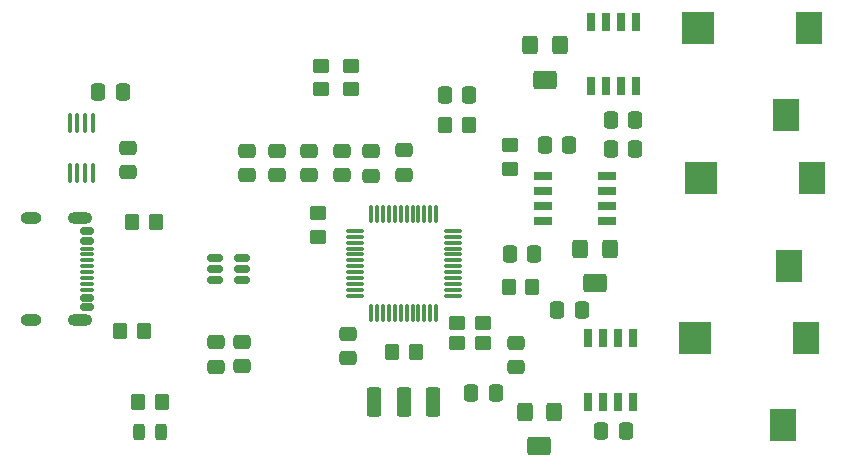
<source format=gbr>
%TF.GenerationSoftware,KiCad,Pcbnew,9.0.2*%
%TF.CreationDate,2025-07-12T15:53:05+01:00*%
%TF.ProjectId,EMG_hand_sensor,454d475f-6861-46e6-945f-73656e736f72,rev?*%
%TF.SameCoordinates,Original*%
%TF.FileFunction,Paste,Top*%
%TF.FilePolarity,Positive*%
%FSLAX46Y46*%
G04 Gerber Fmt 4.6, Leading zero omitted, Abs format (unit mm)*
G04 Created by KiCad (PCBNEW 9.0.2) date 2025-07-12 15:53:05*
%MOMM*%
%LPD*%
G01*
G04 APERTURE LIST*
G04 Aperture macros list*
%AMRoundRect*
0 Rectangle with rounded corners*
0 $1 Rounding radius*
0 $2 $3 $4 $5 $6 $7 $8 $9 X,Y pos of 4 corners*
0 Add a 4 corners polygon primitive as box body*
4,1,4,$2,$3,$4,$5,$6,$7,$8,$9,$2,$3,0*
0 Add four circle primitives for the rounded corners*
1,1,$1+$1,$2,$3*
1,1,$1+$1,$4,$5*
1,1,$1+$1,$6,$7*
1,1,$1+$1,$8,$9*
0 Add four rect primitives between the rounded corners*
20,1,$1+$1,$2,$3,$4,$5,0*
20,1,$1+$1,$4,$5,$6,$7,0*
20,1,$1+$1,$6,$7,$8,$9,0*
20,1,$1+$1,$8,$9,$2,$3,0*%
G04 Aperture macros list end*
%ADD10RoundRect,0.250000X0.475000X-0.337500X0.475000X0.337500X-0.475000X0.337500X-0.475000X-0.337500X0*%
%ADD11RoundRect,0.075000X0.075000X0.662500X-0.075000X0.662500X-0.075000X-0.662500X0.075000X-0.662500X0*%
%ADD12RoundRect,0.075000X0.662500X0.075000X-0.662500X0.075000X-0.662500X-0.075000X0.662500X-0.075000X0*%
%ADD13RoundRect,0.250000X0.350000X0.450000X-0.350000X0.450000X-0.350000X-0.450000X0.350000X-0.450000X0*%
%ADD14RoundRect,0.250000X-0.350000X-0.450000X0.350000X-0.450000X0.350000X0.450000X-0.350000X0.450000X0*%
%ADD15RoundRect,0.250000X-0.475000X0.337500X-0.475000X-0.337500X0.475000X-0.337500X0.475000X0.337500X0*%
%ADD16R,0.650000X1.528000*%
%ADD17RoundRect,0.250000X-0.337500X-0.475000X0.337500X-0.475000X0.337500X0.475000X-0.337500X0.475000X0*%
%ADD18RoundRect,0.250000X0.450000X-0.350000X0.450000X0.350000X-0.450000X0.350000X-0.450000X-0.350000X0*%
%ADD19RoundRect,0.250000X-0.450000X0.350000X-0.450000X-0.350000X0.450000X-0.350000X0.450000X0.350000X0*%
%ADD20R,2.200000X2.800000*%
%ADD21R,2.800000X2.800000*%
%ADD22RoundRect,0.243750X-0.243750X-0.456250X0.243750X-0.456250X0.243750X0.456250X-0.243750X0.456250X0*%
%ADD23R,1.528000X0.650000*%
%ADD24RoundRect,0.250000X0.337500X0.475000X-0.337500X0.475000X-0.337500X-0.475000X0.337500X-0.475000X0*%
%ADD25RoundRect,0.250000X-0.400000X-0.550000X0.400000X-0.550000X0.400000X0.550000X-0.400000X0.550000X0*%
%ADD26RoundRect,0.250000X-0.750000X-0.550000X0.750000X-0.550000X0.750000X0.550000X-0.750000X0.550000X0*%
%ADD27RoundRect,0.250000X-0.450000X-0.350000X0.450000X-0.350000X0.450000X0.350000X-0.450000X0.350000X0*%
%ADD28RoundRect,0.250000X-0.375000X-1.000000X0.375000X-1.000000X0.375000X1.000000X-0.375000X1.000000X0*%
%ADD29RoundRect,0.100000X-0.100000X0.712500X-0.100000X-0.712500X0.100000X-0.712500X0.100000X0.712500X0*%
%ADD30RoundRect,0.150000X-0.512500X-0.150000X0.512500X-0.150000X0.512500X0.150000X-0.512500X0.150000X0*%
%ADD31RoundRect,0.150000X-0.425000X0.150000X-0.425000X-0.150000X0.425000X-0.150000X0.425000X0.150000X0*%
%ADD32RoundRect,0.075000X-0.500000X0.075000X-0.500000X-0.075000X0.500000X-0.075000X0.500000X0.075000X0*%
%ADD33O,2.100000X1.000000*%
%ADD34O,1.800000X1.000000*%
G04 APERTURE END LIST*
D10*
%TO.C,C9*%
X154682379Y-62712500D03*
X154682379Y-64787500D03*
%TD*%
D11*
%TO.C,U2*%
X180750000Y-76662500D03*
X180250000Y-76662500D03*
X179750000Y-76662500D03*
X179250000Y-76662500D03*
X178750000Y-76662500D03*
X178250000Y-76662500D03*
X177750000Y-76662500D03*
X177250000Y-76662500D03*
X176750000Y-76662500D03*
X176250000Y-76662500D03*
X175750000Y-76662500D03*
X175250000Y-76662500D03*
D12*
X173837500Y-75250000D03*
X173837500Y-74750000D03*
X173837500Y-74250000D03*
X173837500Y-73750000D03*
X173837500Y-73250000D03*
X173837500Y-72750000D03*
X173837500Y-72250000D03*
X173837500Y-71750000D03*
X173837500Y-71250000D03*
X173837500Y-70750000D03*
X173837500Y-70250000D03*
X173837500Y-69750000D03*
D11*
X175250000Y-68337500D03*
X175750000Y-68337500D03*
X176250000Y-68337500D03*
X176750000Y-68337500D03*
X177250000Y-68337500D03*
X177750000Y-68337500D03*
X178250000Y-68337500D03*
X178750000Y-68337500D03*
X179250000Y-68337500D03*
X179750000Y-68337500D03*
X180250000Y-68337500D03*
X180750000Y-68337500D03*
D12*
X182162500Y-69750000D03*
X182162500Y-70250000D03*
X182162500Y-70750000D03*
X182162500Y-71250000D03*
X182162500Y-71750000D03*
X182162500Y-72250000D03*
X182162500Y-72750000D03*
X182162500Y-73250000D03*
X182162500Y-73750000D03*
X182162500Y-74250000D03*
X182162500Y-74750000D03*
X182162500Y-75250000D03*
%TD*%
D13*
%TO.C,R12*%
X188880000Y-74530000D03*
X186880000Y-74530000D03*
%TD*%
D14*
%TO.C,R9*%
X154010000Y-78240000D03*
X156010000Y-78240000D03*
%TD*%
D15*
%TO.C,C7*%
X162090000Y-79195000D03*
X162090000Y-81270000D03*
%TD*%
D16*
%TO.C,U3*%
X197655000Y-52039000D03*
X196385000Y-52039000D03*
X195115000Y-52039000D03*
X193845000Y-52039000D03*
X193845000Y-57461000D03*
X195115000Y-57461000D03*
X196385000Y-57461000D03*
X197655000Y-57461000D03*
%TD*%
D17*
%TO.C,C18*%
X195510000Y-60360000D03*
X197585000Y-60360000D03*
%TD*%
D14*
%TO.C,R11*%
X181500000Y-60750000D03*
X183500000Y-60750000D03*
%TD*%
D15*
%TO.C,C8*%
X164340000Y-79157500D03*
X164340000Y-81232500D03*
%TD*%
D18*
%TO.C,R4*%
X171000000Y-57750000D03*
X171000000Y-55750000D03*
%TD*%
D10*
%TO.C,C4*%
X170000000Y-65037500D03*
X170000000Y-62962500D03*
%TD*%
%TO.C,C6*%
X178000000Y-65000000D03*
X178000000Y-62925000D03*
%TD*%
D19*
%TO.C,R3*%
X173500000Y-55750000D03*
X173500000Y-57750000D03*
%TD*%
D20*
%TO.C,J5*%
X210350000Y-59950000D03*
X212350000Y-52550000D03*
D21*
X202950000Y-52550000D03*
%TD*%
D17*
%TO.C,C15*%
X183712500Y-83500000D03*
X185787500Y-83500000D03*
%TD*%
D22*
%TO.C,D1*%
X155562500Y-86750000D03*
X157437500Y-86750000D03*
%TD*%
D14*
%TO.C,R1*%
X177000000Y-80000000D03*
X179000000Y-80000000D03*
%TD*%
D10*
%TO.C,C3*%
X175250000Y-65075000D03*
X175250000Y-63000000D03*
%TD*%
D23*
%TO.C,U5*%
X195211000Y-68905000D03*
X195211000Y-67635000D03*
X195211000Y-66365000D03*
X195211000Y-65095000D03*
X189789000Y-65095000D03*
X189789000Y-66365000D03*
X189789000Y-67635000D03*
X189789000Y-68905000D03*
%TD*%
D15*
%TO.C,C1*%
X173250000Y-78462500D03*
X173250000Y-80537500D03*
%TD*%
D17*
%TO.C,C13*%
X186962500Y-71750000D03*
X189037500Y-71750000D03*
%TD*%
D16*
%TO.C,U9*%
X197405000Y-78789000D03*
X196135000Y-78789000D03*
X194865000Y-78789000D03*
X193595000Y-78789000D03*
X193595000Y-84211000D03*
X194865000Y-84211000D03*
X196135000Y-84211000D03*
X197405000Y-84211000D03*
%TD*%
D24*
%TO.C,C11*%
X154219879Y-58000000D03*
X152144879Y-58000000D03*
%TD*%
D19*
%TO.C,FB1*%
X170750000Y-68250000D03*
X170750000Y-70250000D03*
%TD*%
D25*
%TO.C,RV2*%
X195440000Y-71260000D03*
D26*
X194190000Y-74160000D03*
D25*
X192940000Y-71260000D03*
%TD*%
D14*
%TO.C,R2*%
X155500000Y-84250000D03*
X157500000Y-84250000D03*
%TD*%
D10*
%TO.C,C12*%
X164750000Y-65037500D03*
X164750000Y-62962500D03*
%TD*%
D17*
%TO.C,C19*%
X189962500Y-62500000D03*
X192037500Y-62500000D03*
%TD*%
D27*
%TO.C,Y1*%
X182490000Y-79240000D03*
X184690000Y-79240000D03*
X184690000Y-77540000D03*
X182490000Y-77540000D03*
%TD*%
D10*
%TO.C,C2*%
X167250000Y-65037500D03*
X167250000Y-62962500D03*
%TD*%
D28*
%TO.C,SW1*%
X175500000Y-84250000D03*
X178000000Y-84250000D03*
X180500000Y-84250000D03*
%TD*%
D25*
%TO.C,RV1*%
X191200000Y-54040000D03*
D26*
X189950000Y-56940000D03*
D25*
X188700000Y-54040000D03*
%TD*%
D17*
%TO.C,C21*%
X195522500Y-62780000D03*
X197597500Y-62780000D03*
%TD*%
D10*
%TO.C,C5*%
X172750000Y-65037500D03*
X172750000Y-62962500D03*
%TD*%
D14*
%TO.C,R8*%
X155000000Y-69000000D03*
X157000000Y-69000000D03*
%TD*%
D25*
%TO.C,RV3*%
X190740000Y-85100000D03*
D26*
X189490000Y-88000000D03*
D25*
X188240000Y-85100000D03*
%TD*%
D29*
%TO.C,U7*%
X151657379Y-60637500D03*
X151007379Y-60637500D03*
X150357379Y-60637500D03*
X149707379Y-60637500D03*
X149707379Y-64862500D03*
X150357379Y-64862500D03*
X151007379Y-64862500D03*
X151657379Y-64862500D03*
%TD*%
D20*
%TO.C,J6*%
X210100000Y-86200000D03*
X212100000Y-78800000D03*
D21*
X202700000Y-78800000D03*
%TD*%
D20*
%TO.C,J4*%
X210600000Y-72700000D03*
X212600000Y-65300000D03*
D21*
X203200000Y-65300000D03*
%TD*%
D30*
%TO.C,U1*%
X162062500Y-72027500D03*
X162062500Y-72977500D03*
X162062500Y-73927500D03*
X164337500Y-73927500D03*
X164337500Y-72977500D03*
X164337500Y-72027500D03*
%TD*%
D15*
%TO.C,C14*%
X187500000Y-79212500D03*
X187500000Y-81287500D03*
%TD*%
D17*
%TO.C,C17*%
X191002500Y-76450000D03*
X193077500Y-76450000D03*
%TD*%
D31*
%TO.C,J1*%
X151180000Y-69800000D03*
X151180000Y-70600000D03*
D32*
X151180000Y-71750000D03*
X151180000Y-72750000D03*
X151180000Y-73250000D03*
X151180000Y-74250000D03*
D31*
X151180000Y-75400000D03*
X151180000Y-76200000D03*
X151180000Y-76200000D03*
X151180000Y-75400000D03*
D32*
X151180000Y-74750000D03*
X151180000Y-73750000D03*
X151180000Y-72250000D03*
X151180000Y-71250000D03*
D31*
X151180000Y-70600000D03*
X151180000Y-69800000D03*
D33*
X150605000Y-68680000D03*
D34*
X146425000Y-68680000D03*
D33*
X150605000Y-77320000D03*
D34*
X146425000Y-77320000D03*
%TD*%
D17*
%TO.C,C16*%
X181462500Y-58250000D03*
X183537500Y-58250000D03*
%TD*%
D19*
%TO.C,R14*%
X187000000Y-62500000D03*
X187000000Y-64500000D03*
%TD*%
D17*
%TO.C,C20*%
X194742500Y-86670000D03*
X196817500Y-86670000D03*
%TD*%
M02*

</source>
